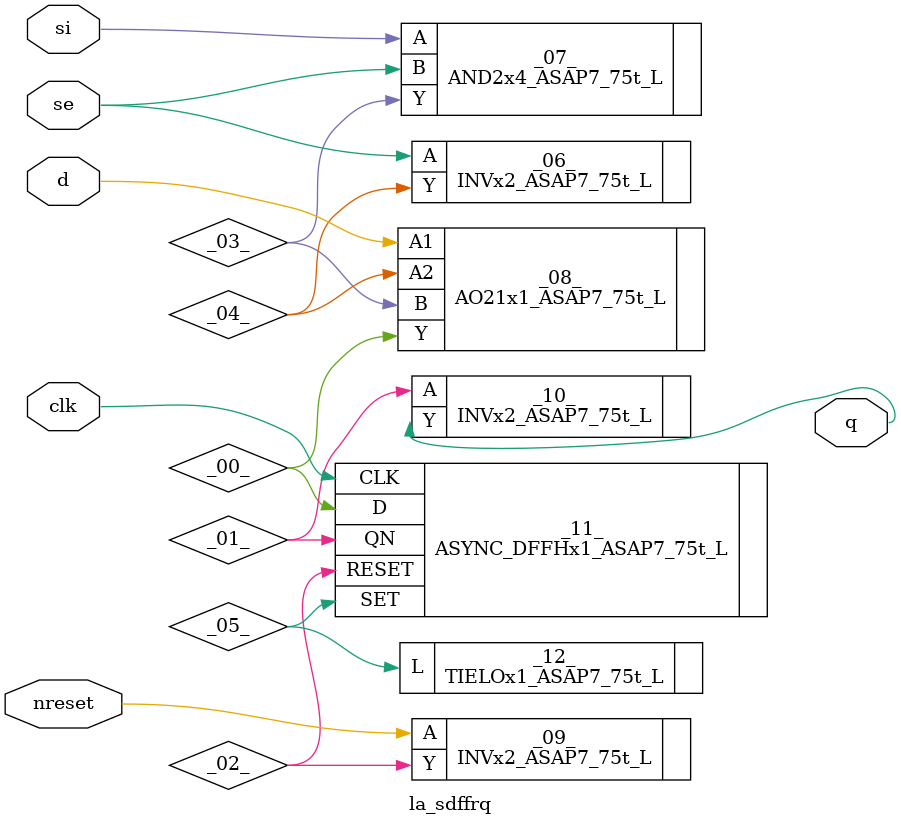
<source format=v>

/* Generated by Yosys 0.37 (git sha1 a5c7f69ed, clang 14.0.0-1ubuntu1.1 -fPIC -Os) */

module la_sdffrq(d, si, se, clk, nreset, q);
  wire _00_;
  wire _01_;
  wire _02_;
  wire _03_;
  wire _04_;
  wire _05_;
  input clk;
  wire clk;
  input d;
  wire d;
  input nreset;
  wire nreset;
  output q;
  wire q;
  input se;
  wire se;
  input si;
  wire si;
  INVx2_ASAP7_75t_L _06_ (
    .A(se),
    .Y(_04_)
  );
  AND2x4_ASAP7_75t_L _07_ (
    .A(si),
    .B(se),
    .Y(_03_)
  );
  AO21x1_ASAP7_75t_L _08_ (
    .A1(d),
    .A2(_04_),
    .B(_03_),
    .Y(_00_)
  );
  INVx2_ASAP7_75t_L _09_ (
    .A(nreset),
    .Y(_02_)
  );
  INVx2_ASAP7_75t_L _10_ (
    .A(_01_),
    .Y(q)
  );
  ASYNC_DFFHx1_ASAP7_75t_L _11_ (
    .CLK(clk),
    .D(_00_),
    .QN(_01_),
    .RESET(_02_),
    .SET(_05_)
  );
  TIELOx1_ASAP7_75t_L _12_ (
    .L(_05_)
  );
endmodule

</source>
